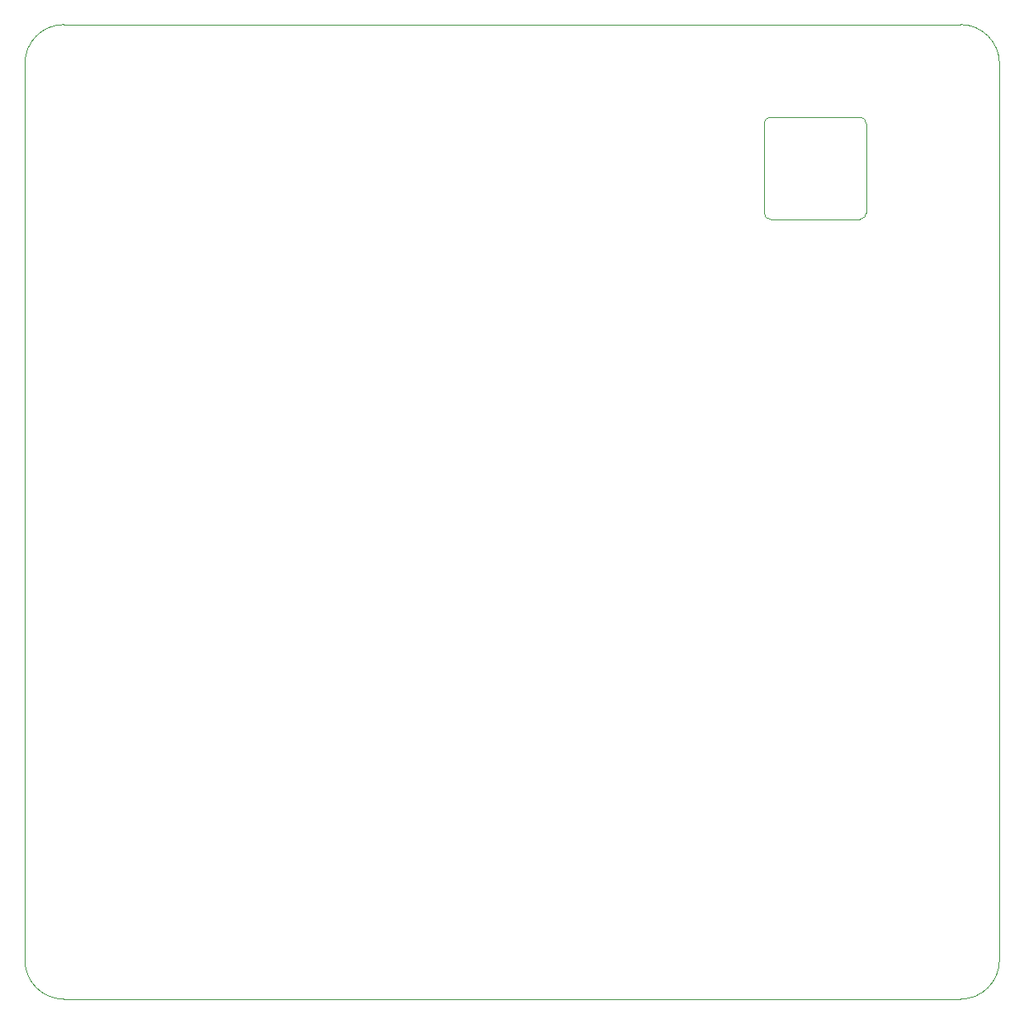
<source format=gm1>
G04 #@! TF.GenerationSoftware,KiCad,Pcbnew,7.0.5*
G04 #@! TF.CreationDate,2023-12-17T10:26:09+13:00*
G04 #@! TF.ProjectId,main_board,6d61696e-5f62-46f6-9172-642e6b696361,2*
G04 #@! TF.SameCoordinates,Original*
G04 #@! TF.FileFunction,Profile,NP*
%FSLAX46Y46*%
G04 Gerber Fmt 4.6, Leading zero omitted, Abs format (unit mm)*
G04 Created by KiCad (PCBNEW 7.0.5) date 2023-12-17 10:26:09*
%MOMM*%
%LPD*%
G01*
G04 APERTURE LIST*
G04 #@! TA.AperFunction,Profile*
%ADD10C,0.100000*%
G04 #@! TD*
G04 APERTURE END LIST*
D10*
X90000000Y-45140000D02*
G75*
G03*
X86000000Y-49140000I0J-4000000D01*
G01*
X90000000Y-145140000D02*
X182000000Y-145140000D01*
X162534600Y-54635412D02*
G75*
G03*
X161848801Y-55295800I0J-686288D01*
G01*
X161848800Y-64465200D02*
X161848800Y-55295800D01*
X182000000Y-145140000D02*
G75*
G03*
X186000000Y-141140000I0J4000000D01*
G01*
X171678600Y-65125600D02*
X162509200Y-65125600D01*
X182000000Y-45140000D02*
X90000000Y-45140000D01*
X172339000Y-55295800D02*
G75*
G03*
X171678600Y-54635400I-660400J0D01*
G01*
X172339000Y-55295800D02*
X172339000Y-64465200D01*
X171678600Y-65125600D02*
G75*
G03*
X172339000Y-64465200I0J660400D01*
G01*
X162534600Y-54635400D02*
X171678600Y-54635400D01*
X161848800Y-64465200D02*
G75*
G03*
X162509200Y-65125600I660400J0D01*
G01*
X186000000Y-141140000D02*
X186000000Y-49140000D01*
X86000000Y-141140000D02*
G75*
G03*
X90000000Y-145140000I4000000J0D01*
G01*
X86000000Y-49140000D02*
X86000000Y-141140000D01*
X186000000Y-49140000D02*
G75*
G03*
X182000000Y-45140000I-4000000J0D01*
G01*
M02*

</source>
